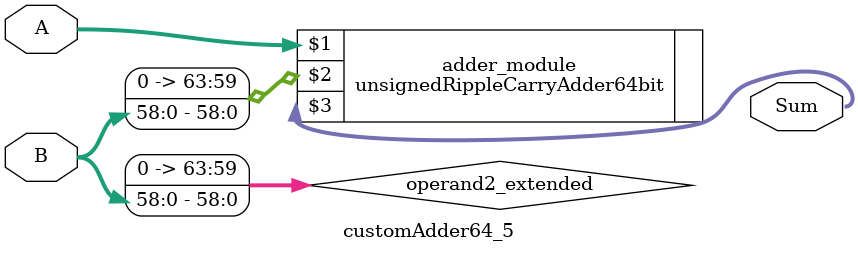
<source format=v>
module customAdder64_5(
                        input [63 : 0] A,
                        input [58 : 0] B,
                        
                        output [64 : 0] Sum
                );

        wire [63 : 0] operand2_extended;
        
        assign operand2_extended =  {5'b0, B};
        
        unsignedRippleCarryAdder64bit adder_module(
            A,
            operand2_extended,
            Sum
        );
        
        endmodule
        
</source>
